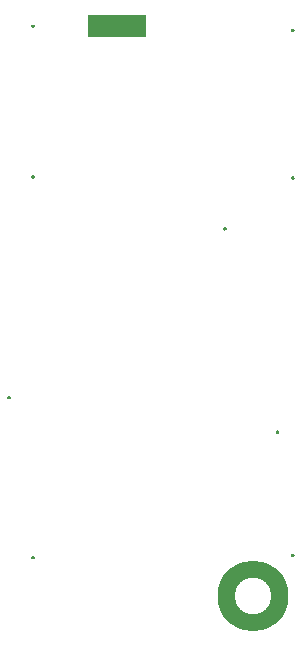
<source format=gbr>
G04 GENERATED BY PULSONIX 10.0 GERBER.DLL 7250*
G04 #@! TF.GenerationSoftware,Pulsonix,Pulsonix,10.0.7250*
G04 #@! TF.CreationDate,2019-09-19T08:44:46--1:00*
G04 #@! TF.Part,Single*
%FSLAX25Y25*%
%LPD*%
%MOIN*%
G04 #@! TF.FileFunction,Soldermask,Bot*
G04 #@! TF.FilePolarity,Negative*
%ADD94C,0.00001*%
G04 #@! TA.AperFunction,NonMaterial*
%ADD120C,0.00100*%
G04 #@! TA.AperFunction,WasherPad*
%ADD154C,0.23622X0.12205*%
X0Y0D02*
D02*
D94*
X0Y0D02*
X-81890Y66142D02*
G36*
X-81875Y66010D01*
X-81831Y65886D01*
X-81761Y65774D01*
X-81667Y65680D01*
X-81555Y65610D01*
X-81431Y65566D01*
X-81299Y65551D01*
X-81168Y65566D01*
X-81043Y65610D01*
X-80931Y65680D01*
X-80838Y65774D01*
X-80767Y65885D01*
X-80724Y66010D01*
X-80709Y66142D01*
X-80723Y66273D01*
X-80767Y66398D01*
X-80837Y66510D01*
X-80931Y66603D01*
X-81043Y66674D01*
X-81168Y66717D01*
X-81299Y66732D01*
X-81431Y66717D01*
X-81555Y66674D01*
X-81667Y66603D01*
X-81761Y66510D01*
X-81831Y66398D01*
X-81875Y66273D01*
X-81890Y66142D01*
G37*
X-81891Y66143D02*
X-73898Y12815D02*
G36*
X-73883Y12684D01*
X-73839Y12559D01*
X-73769Y12447D01*
X-73675Y12353D01*
X-73563Y12283D01*
X-73439Y12239D01*
X-73307Y12224D01*
X-73176Y12239D01*
X-73051Y12283D01*
X-72939Y12353D01*
X-72845Y12447D01*
X-72775Y12559D01*
X-72731Y12684D01*
X-72717Y12815D01*
X-72731Y12946D01*
X-72775Y13071D01*
X-72845Y13183D01*
X-72939Y13277D01*
X-73051Y13347D01*
X-73176Y13391D01*
X-73307Y13406D01*
X-73438Y13391D01*
X-73563Y13347D01*
X-73675Y13277D01*
X-73769Y13183D01*
X-73839Y13071D01*
X-73883Y12946D01*
X-73898Y12815D01*
G37*
X-73899Y12816D02*
X-73898Y139783D02*
G36*
X-73883Y139652D01*
X-73839Y139527D01*
X-73769Y139415D01*
X-73675Y139322D01*
X-73563Y139251D01*
X-73439Y139208D01*
X-73307Y139193D01*
X-73176Y139208D01*
X-73051Y139251D01*
X-72939Y139322D01*
X-72845Y139415D01*
X-72775Y139527D01*
X-72731Y139652D01*
X-72717Y139783D01*
X-72731Y139915D01*
X-72775Y140040D01*
X-72845Y140152D01*
X-72939Y140245D01*
X-73051Y140316D01*
X-73176Y140359D01*
X-73307Y140374D01*
X-73438Y140359D01*
X-73563Y140316D01*
X-73675Y140245D01*
X-73769Y140152D01*
X-73839Y140040D01*
X-73883Y139915D01*
X-73898Y139783D01*
G37*
X-73899Y139784D02*
X-73898Y189980D02*
G36*
X-73883Y189849D01*
X-73839Y189724D01*
X-73769Y189612D01*
X-73675Y189519D01*
X-73563Y189448D01*
X-73439Y189405D01*
X-73307Y189390D01*
X-73176Y189405D01*
X-73051Y189448D01*
X-72939Y189519D01*
X-72845Y189612D01*
X-72775Y189724D01*
X-72731Y189849D01*
X-72717Y189980D01*
X-72731Y190112D01*
X-72775Y190237D01*
X-72845Y190349D01*
X-72939Y190442D01*
X-73051Y190512D01*
X-73176Y190556D01*
X-73307Y190571D01*
X-73438Y190556D01*
X-73563Y190512D01*
X-73675Y190442D01*
X-73769Y190349D01*
X-73839Y190237D01*
X-73883Y190112D01*
X-73898Y189980D01*
G37*
X-73899Y189981D02*
X-9921Y122461D02*
G36*
X-9906Y122329D01*
X-9863Y122204D01*
X-9792Y122092D01*
X-9699Y121999D01*
X-9587Y121929D01*
X-9462Y121885D01*
X-9331Y121870D01*
X-9199Y121885D01*
X-9075Y121929D01*
X-8963Y121999D01*
X-8869Y122092D01*
X-8799Y122204D01*
X-8755Y122329D01*
X-8740Y122461D01*
X-8755Y122592D01*
X-8799Y122717D01*
X-8869Y122829D01*
X-8962Y122922D01*
X-9074Y122993D01*
X-9199Y123036D01*
X-9331Y123051D01*
X-9462Y123036D01*
X-9587Y122993D01*
X-9699Y122922D01*
X-9792Y122829D01*
X-9863Y122717D01*
X-9906Y122592D01*
X-9921Y122461D01*
G37*
X-9922Y122462D02*
X7598Y54744D02*
G36*
X7613Y54613D01*
X7657Y54488D01*
X7727Y54376D01*
X7821Y54282D01*
X7933Y54212D01*
X8058Y54168D01*
X8189Y54154D01*
X8320Y54168D01*
X8445Y54212D01*
X8557Y54282D01*
X8651Y54376D01*
X8721Y54488D01*
X8765Y54613D01*
X8780Y54744D01*
X8765Y54876D01*
X8721Y55000D01*
X8651Y55112D01*
X8557Y55206D01*
X8445Y55276D01*
X8320Y55320D01*
X8189Y55335D01*
X8058Y55320D01*
X7933Y55276D01*
X7821Y55206D01*
X7727Y55112D01*
X7657Y55000D01*
X7613Y54876D01*
X7598Y54744D01*
G37*
X7599Y54745D02*
X12717Y13602D02*
G36*
X12731Y13471D01*
X12775Y13346D01*
X12845Y13234D01*
X12939Y13141D01*
X13051Y13070D01*
X13176Y13027D01*
X13307Y13012D01*
X13438Y13027D01*
X13563Y13070D01*
X13675Y13141D01*
X13769Y13234D01*
X13839Y13346D01*
X13883Y13471D01*
X13898Y13602D01*
X13883Y13734D01*
X13839Y13859D01*
X13769Y13971D01*
X13675Y14064D01*
X13563Y14134D01*
X13439Y14178D01*
X13307Y14193D01*
X13176Y14178D01*
X13051Y14134D01*
X12939Y14064D01*
X12845Y13971D01*
X12775Y13859D01*
X12731Y13734D01*
X12717Y13602D01*
G37*
X12718Y13603D02*
X12717Y139390D02*
G36*
X12731Y139258D01*
X12775Y139134D01*
X12845Y139022D01*
X12939Y138928D01*
X13051Y138858D01*
X13176Y138814D01*
X13307Y138799D01*
X13438Y138814D01*
X13563Y138858D01*
X13675Y138928D01*
X13769Y139022D01*
X13839Y139134D01*
X13883Y139258D01*
X13898Y139390D01*
X13883Y139521D01*
X13839Y139646D01*
X13769Y139758D01*
X13675Y139851D01*
X13563Y139922D01*
X13439Y139966D01*
X13307Y139980D01*
X13176Y139966D01*
X13051Y139922D01*
X12939Y139851D01*
X12845Y139758D01*
X12775Y139646D01*
X12731Y139521D01*
X12717Y139390D01*
G37*
X12718Y139391D02*
X12717Y188602D02*
G36*
X12731Y188471D01*
X12775Y188346D01*
X12845Y188234D01*
X12939Y188141D01*
X13051Y188070D01*
X13176Y188027D01*
X13307Y188012D01*
X13438Y188027D01*
X13563Y188070D01*
X13675Y188141D01*
X13769Y188234D01*
X13839Y188346D01*
X13883Y188471D01*
X13898Y188602D01*
X13883Y188734D01*
X13839Y188859D01*
X13769Y188971D01*
X13675Y189064D01*
X13563Y189134D01*
X13439Y189178D01*
X13307Y189193D01*
X13176Y189178D01*
X13051Y189134D01*
X12939Y189064D01*
X12845Y188971D01*
X12775Y188859D01*
X12731Y188734D01*
X12717Y188602D01*
G37*
D02*
D120*
X-55020Y186713D02*
X-36028D01*
Y193705*
X-55020*
Y186713*
X-55021Y186714D02*
X-55020Y186713D02*
G36*
X-36028D01*
Y193705D01*
X-55020D01*
Y186713D01*
G37*
D02*
D154*
X0Y0D03*
X0Y0D02*
M02*

</source>
